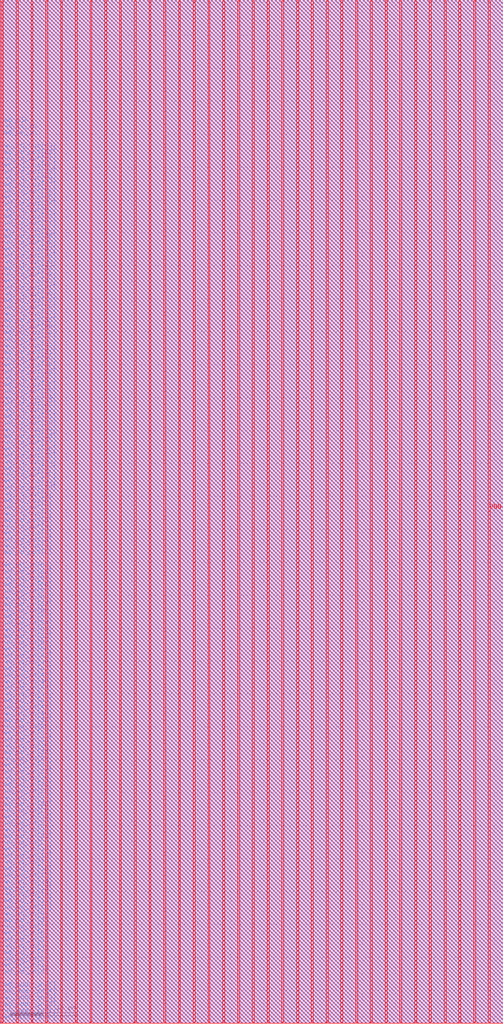
<source format=lef>
# Generated by FakeRAM 2.0
VERSION 5.7 ;
BUSBITCHARS "[]" ;
PROPERTYDEFINITIONS
  MACRO width INTEGER ;
  MACRO depth INTEGER ;
  MACRO banks INTEGER ;
END PROPERTYDEFINITIONS
MACRO liteeth_1rw1r_64w64d_sram
  PROPERTY width 64 ;
  PROPERTY depth 64 ;
  PROPERTY banks 1 ;
  FOREIGN liteeth_1rw1r_64w64d_sram 0 0 ;
  SYMMETRY X Y R90 ;
  SIZE 76.380 BY 155.400 ;
  CLASS BLOCK ;
  PIN r0_addr_in[0]
    DIRECTION INPUT ;
    USE SIGNAL ;
    SHAPE ABUTMENT ;
    PORT
      LAYER metal3 ;
      RECT 76.310 0.140 76.380 0.210 ;
    END
  END r0_addr_in[0]
  PIN r0_addr_in[1]
    DIRECTION INPUT ;
    USE SIGNAL ;
    SHAPE ABUTMENT ;
    PORT
      LAYER metal3 ;
      RECT 76.310 1.120 76.380 1.190 ;
    END
  END r0_addr_in[1]
  PIN r0_addr_in[2]
    DIRECTION INPUT ;
    USE SIGNAL ;
    SHAPE ABUTMENT ;
    PORT
      LAYER metal3 ;
      RECT 76.310 2.100 76.380 2.170 ;
    END
  END r0_addr_in[2]
  PIN r0_addr_in[3]
    DIRECTION INPUT ;
    USE SIGNAL ;
    SHAPE ABUTMENT ;
    PORT
      LAYER metal3 ;
      RECT 76.310 3.080 76.380 3.150 ;
    END
  END r0_addr_in[3]
  PIN r0_addr_in[4]
    DIRECTION INPUT ;
    USE SIGNAL ;
    SHAPE ABUTMENT ;
    PORT
      LAYER metal3 ;
      RECT 76.310 4.060 76.380 4.130 ;
    END
  END r0_addr_in[4]
  PIN r0_addr_in[5]
    DIRECTION INPUT ;
    USE SIGNAL ;
    SHAPE ABUTMENT ;
    PORT
      LAYER metal3 ;
      RECT 76.310 5.040 76.380 5.110 ;
    END
  END r0_addr_in[5]
  PIN r0_rd_out[0]
    DIRECTION OUTPUT ;
    USE SIGNAL ;
    SHAPE ABUTMENT ;
    PORT
      LAYER metal3 ;
      RECT 76.310 7.000 76.380 7.070 ;
    END
  END r0_rd_out[0]
  PIN r0_rd_out[1]
    DIRECTION OUTPUT ;
    USE SIGNAL ;
    SHAPE ABUTMENT ;
    PORT
      LAYER metal3 ;
      RECT 76.310 7.980 76.380 8.050 ;
    END
  END r0_rd_out[1]
  PIN r0_rd_out[2]
    DIRECTION OUTPUT ;
    USE SIGNAL ;
    SHAPE ABUTMENT ;
    PORT
      LAYER metal3 ;
      RECT 76.310 8.960 76.380 9.030 ;
    END
  END r0_rd_out[2]
  PIN r0_rd_out[3]
    DIRECTION OUTPUT ;
    USE SIGNAL ;
    SHAPE ABUTMENT ;
    PORT
      LAYER metal3 ;
      RECT 76.310 9.940 76.380 10.010 ;
    END
  END r0_rd_out[3]
  PIN r0_rd_out[4]
    DIRECTION OUTPUT ;
    USE SIGNAL ;
    SHAPE ABUTMENT ;
    PORT
      LAYER metal3 ;
      RECT 76.310 10.920 76.380 10.990 ;
    END
  END r0_rd_out[4]
  PIN r0_rd_out[5]
    DIRECTION OUTPUT ;
    USE SIGNAL ;
    SHAPE ABUTMENT ;
    PORT
      LAYER metal3 ;
      RECT 76.310 11.900 76.380 11.970 ;
    END
  END r0_rd_out[5]
  PIN r0_rd_out[6]
    DIRECTION OUTPUT ;
    USE SIGNAL ;
    SHAPE ABUTMENT ;
    PORT
      LAYER metal3 ;
      RECT 76.310 12.880 76.380 12.950 ;
    END
  END r0_rd_out[6]
  PIN r0_rd_out[7]
    DIRECTION OUTPUT ;
    USE SIGNAL ;
    SHAPE ABUTMENT ;
    PORT
      LAYER metal3 ;
      RECT 76.310 13.860 76.380 13.930 ;
    END
  END r0_rd_out[7]
  PIN r0_rd_out[8]
    DIRECTION OUTPUT ;
    USE SIGNAL ;
    SHAPE ABUTMENT ;
    PORT
      LAYER metal3 ;
      RECT 76.310 14.840 76.380 14.910 ;
    END
  END r0_rd_out[8]
  PIN r0_rd_out[9]
    DIRECTION OUTPUT ;
    USE SIGNAL ;
    SHAPE ABUTMENT ;
    PORT
      LAYER metal3 ;
      RECT 76.310 15.820 76.380 15.890 ;
    END
  END r0_rd_out[9]
  PIN r0_rd_out[10]
    DIRECTION OUTPUT ;
    USE SIGNAL ;
    SHAPE ABUTMENT ;
    PORT
      LAYER metal3 ;
      RECT 76.310 16.800 76.380 16.870 ;
    END
  END r0_rd_out[10]
  PIN r0_rd_out[11]
    DIRECTION OUTPUT ;
    USE SIGNAL ;
    SHAPE ABUTMENT ;
    PORT
      LAYER metal3 ;
      RECT 76.310 17.780 76.380 17.850 ;
    END
  END r0_rd_out[11]
  PIN r0_rd_out[12]
    DIRECTION OUTPUT ;
    USE SIGNAL ;
    SHAPE ABUTMENT ;
    PORT
      LAYER metal3 ;
      RECT 76.310 18.760 76.380 18.830 ;
    END
  END r0_rd_out[12]
  PIN r0_rd_out[13]
    DIRECTION OUTPUT ;
    USE SIGNAL ;
    SHAPE ABUTMENT ;
    PORT
      LAYER metal3 ;
      RECT 76.310 19.740 76.380 19.810 ;
    END
  END r0_rd_out[13]
  PIN r0_rd_out[14]
    DIRECTION OUTPUT ;
    USE SIGNAL ;
    SHAPE ABUTMENT ;
    PORT
      LAYER metal3 ;
      RECT 76.310 20.720 76.380 20.790 ;
    END
  END r0_rd_out[14]
  PIN r0_rd_out[15]
    DIRECTION OUTPUT ;
    USE SIGNAL ;
    SHAPE ABUTMENT ;
    PORT
      LAYER metal3 ;
      RECT 76.310 21.700 76.380 21.770 ;
    END
  END r0_rd_out[15]
  PIN r0_rd_out[16]
    DIRECTION OUTPUT ;
    USE SIGNAL ;
    SHAPE ABUTMENT ;
    PORT
      LAYER metal3 ;
      RECT 76.310 22.680 76.380 22.750 ;
    END
  END r0_rd_out[16]
  PIN r0_rd_out[17]
    DIRECTION OUTPUT ;
    USE SIGNAL ;
    SHAPE ABUTMENT ;
    PORT
      LAYER metal3 ;
      RECT 76.310 23.660 76.380 23.730 ;
    END
  END r0_rd_out[17]
  PIN r0_rd_out[18]
    DIRECTION OUTPUT ;
    USE SIGNAL ;
    SHAPE ABUTMENT ;
    PORT
      LAYER metal3 ;
      RECT 76.310 24.640 76.380 24.710 ;
    END
  END r0_rd_out[18]
  PIN r0_rd_out[19]
    DIRECTION OUTPUT ;
    USE SIGNAL ;
    SHAPE ABUTMENT ;
    PORT
      LAYER metal3 ;
      RECT 76.310 25.620 76.380 25.690 ;
    END
  END r0_rd_out[19]
  PIN r0_rd_out[20]
    DIRECTION OUTPUT ;
    USE SIGNAL ;
    SHAPE ABUTMENT ;
    PORT
      LAYER metal3 ;
      RECT 76.310 26.600 76.380 26.670 ;
    END
  END r0_rd_out[20]
  PIN r0_rd_out[21]
    DIRECTION OUTPUT ;
    USE SIGNAL ;
    SHAPE ABUTMENT ;
    PORT
      LAYER metal3 ;
      RECT 76.310 27.580 76.380 27.650 ;
    END
  END r0_rd_out[21]
  PIN r0_rd_out[22]
    DIRECTION OUTPUT ;
    USE SIGNAL ;
    SHAPE ABUTMENT ;
    PORT
      LAYER metal3 ;
      RECT 76.310 28.560 76.380 28.630 ;
    END
  END r0_rd_out[22]
  PIN r0_rd_out[23]
    DIRECTION OUTPUT ;
    USE SIGNAL ;
    SHAPE ABUTMENT ;
    PORT
      LAYER metal3 ;
      RECT 76.310 29.540 76.380 29.610 ;
    END
  END r0_rd_out[23]
  PIN r0_rd_out[24]
    DIRECTION OUTPUT ;
    USE SIGNAL ;
    SHAPE ABUTMENT ;
    PORT
      LAYER metal3 ;
      RECT 76.310 30.520 76.380 30.590 ;
    END
  END r0_rd_out[24]
  PIN r0_rd_out[25]
    DIRECTION OUTPUT ;
    USE SIGNAL ;
    SHAPE ABUTMENT ;
    PORT
      LAYER metal3 ;
      RECT 76.310 31.500 76.380 31.570 ;
    END
  END r0_rd_out[25]
  PIN r0_rd_out[26]
    DIRECTION OUTPUT ;
    USE SIGNAL ;
    SHAPE ABUTMENT ;
    PORT
      LAYER metal3 ;
      RECT 76.310 32.480 76.380 32.550 ;
    END
  END r0_rd_out[26]
  PIN r0_rd_out[27]
    DIRECTION OUTPUT ;
    USE SIGNAL ;
    SHAPE ABUTMENT ;
    PORT
      LAYER metal3 ;
      RECT 76.310 33.460 76.380 33.530 ;
    END
  END r0_rd_out[27]
  PIN r0_rd_out[28]
    DIRECTION OUTPUT ;
    USE SIGNAL ;
    SHAPE ABUTMENT ;
    PORT
      LAYER metal3 ;
      RECT 76.310 34.440 76.380 34.510 ;
    END
  END r0_rd_out[28]
  PIN r0_rd_out[29]
    DIRECTION OUTPUT ;
    USE SIGNAL ;
    SHAPE ABUTMENT ;
    PORT
      LAYER metal3 ;
      RECT 76.310 35.420 76.380 35.490 ;
    END
  END r0_rd_out[29]
  PIN r0_rd_out[30]
    DIRECTION OUTPUT ;
    USE SIGNAL ;
    SHAPE ABUTMENT ;
    PORT
      LAYER metal3 ;
      RECT 76.310 36.400 76.380 36.470 ;
    END
  END r0_rd_out[30]
  PIN r0_rd_out[31]
    DIRECTION OUTPUT ;
    USE SIGNAL ;
    SHAPE ABUTMENT ;
    PORT
      LAYER metal3 ;
      RECT 76.310 37.380 76.380 37.450 ;
    END
  END r0_rd_out[31]
  PIN r0_rd_out[32]
    DIRECTION OUTPUT ;
    USE SIGNAL ;
    SHAPE ABUTMENT ;
    PORT
      LAYER metal3 ;
      RECT 76.310 38.360 76.380 38.430 ;
    END
  END r0_rd_out[32]
  PIN r0_rd_out[33]
    DIRECTION OUTPUT ;
    USE SIGNAL ;
    SHAPE ABUTMENT ;
    PORT
      LAYER metal3 ;
      RECT 76.310 39.340 76.380 39.410 ;
    END
  END r0_rd_out[33]
  PIN r0_rd_out[34]
    DIRECTION OUTPUT ;
    USE SIGNAL ;
    SHAPE ABUTMENT ;
    PORT
      LAYER metal3 ;
      RECT 76.310 40.320 76.380 40.390 ;
    END
  END r0_rd_out[34]
  PIN r0_rd_out[35]
    DIRECTION OUTPUT ;
    USE SIGNAL ;
    SHAPE ABUTMENT ;
    PORT
      LAYER metal3 ;
      RECT 76.310 41.300 76.380 41.370 ;
    END
  END r0_rd_out[35]
  PIN r0_rd_out[36]
    DIRECTION OUTPUT ;
    USE SIGNAL ;
    SHAPE ABUTMENT ;
    PORT
      LAYER metal3 ;
      RECT 76.310 42.280 76.380 42.350 ;
    END
  END r0_rd_out[36]
  PIN r0_rd_out[37]
    DIRECTION OUTPUT ;
    USE SIGNAL ;
    SHAPE ABUTMENT ;
    PORT
      LAYER metal3 ;
      RECT 76.310 43.260 76.380 43.330 ;
    END
  END r0_rd_out[37]
  PIN r0_rd_out[38]
    DIRECTION OUTPUT ;
    USE SIGNAL ;
    SHAPE ABUTMENT ;
    PORT
      LAYER metal3 ;
      RECT 76.310 44.240 76.380 44.310 ;
    END
  END r0_rd_out[38]
  PIN r0_rd_out[39]
    DIRECTION OUTPUT ;
    USE SIGNAL ;
    SHAPE ABUTMENT ;
    PORT
      LAYER metal3 ;
      RECT 76.310 45.220 76.380 45.290 ;
    END
  END r0_rd_out[39]
  PIN r0_rd_out[40]
    DIRECTION OUTPUT ;
    USE SIGNAL ;
    SHAPE ABUTMENT ;
    PORT
      LAYER metal3 ;
      RECT 76.310 46.200 76.380 46.270 ;
    END
  END r0_rd_out[40]
  PIN r0_rd_out[41]
    DIRECTION OUTPUT ;
    USE SIGNAL ;
    SHAPE ABUTMENT ;
    PORT
      LAYER metal3 ;
      RECT 76.310 47.180 76.380 47.250 ;
    END
  END r0_rd_out[41]
  PIN r0_rd_out[42]
    DIRECTION OUTPUT ;
    USE SIGNAL ;
    SHAPE ABUTMENT ;
    PORT
      LAYER metal3 ;
      RECT 76.310 48.160 76.380 48.230 ;
    END
  END r0_rd_out[42]
  PIN r0_rd_out[43]
    DIRECTION OUTPUT ;
    USE SIGNAL ;
    SHAPE ABUTMENT ;
    PORT
      LAYER metal3 ;
      RECT 76.310 49.140 76.380 49.210 ;
    END
  END r0_rd_out[43]
  PIN r0_rd_out[44]
    DIRECTION OUTPUT ;
    USE SIGNAL ;
    SHAPE ABUTMENT ;
    PORT
      LAYER metal3 ;
      RECT 76.310 50.120 76.380 50.190 ;
    END
  END r0_rd_out[44]
  PIN r0_rd_out[45]
    DIRECTION OUTPUT ;
    USE SIGNAL ;
    SHAPE ABUTMENT ;
    PORT
      LAYER metal3 ;
      RECT 76.310 51.100 76.380 51.170 ;
    END
  END r0_rd_out[45]
  PIN r0_rd_out[46]
    DIRECTION OUTPUT ;
    USE SIGNAL ;
    SHAPE ABUTMENT ;
    PORT
      LAYER metal3 ;
      RECT 76.310 52.080 76.380 52.150 ;
    END
  END r0_rd_out[46]
  PIN r0_rd_out[47]
    DIRECTION OUTPUT ;
    USE SIGNAL ;
    SHAPE ABUTMENT ;
    PORT
      LAYER metal3 ;
      RECT 76.310 53.060 76.380 53.130 ;
    END
  END r0_rd_out[47]
  PIN r0_rd_out[48]
    DIRECTION OUTPUT ;
    USE SIGNAL ;
    SHAPE ABUTMENT ;
    PORT
      LAYER metal3 ;
      RECT 76.310 54.040 76.380 54.110 ;
    END
  END r0_rd_out[48]
  PIN r0_rd_out[49]
    DIRECTION OUTPUT ;
    USE SIGNAL ;
    SHAPE ABUTMENT ;
    PORT
      LAYER metal3 ;
      RECT 76.310 55.020 76.380 55.090 ;
    END
  END r0_rd_out[49]
  PIN r0_rd_out[50]
    DIRECTION OUTPUT ;
    USE SIGNAL ;
    SHAPE ABUTMENT ;
    PORT
      LAYER metal3 ;
      RECT 76.310 56.000 76.380 56.070 ;
    END
  END r0_rd_out[50]
  PIN r0_rd_out[51]
    DIRECTION OUTPUT ;
    USE SIGNAL ;
    SHAPE ABUTMENT ;
    PORT
      LAYER metal3 ;
      RECT 76.310 56.980 76.380 57.050 ;
    END
  END r0_rd_out[51]
  PIN r0_rd_out[52]
    DIRECTION OUTPUT ;
    USE SIGNAL ;
    SHAPE ABUTMENT ;
    PORT
      LAYER metal3 ;
      RECT 76.310 57.960 76.380 58.030 ;
    END
  END r0_rd_out[52]
  PIN r0_rd_out[53]
    DIRECTION OUTPUT ;
    USE SIGNAL ;
    SHAPE ABUTMENT ;
    PORT
      LAYER metal3 ;
      RECT 76.310 58.940 76.380 59.010 ;
    END
  END r0_rd_out[53]
  PIN r0_rd_out[54]
    DIRECTION OUTPUT ;
    USE SIGNAL ;
    SHAPE ABUTMENT ;
    PORT
      LAYER metal3 ;
      RECT 76.310 59.920 76.380 59.990 ;
    END
  END r0_rd_out[54]
  PIN r0_rd_out[55]
    DIRECTION OUTPUT ;
    USE SIGNAL ;
    SHAPE ABUTMENT ;
    PORT
      LAYER metal3 ;
      RECT 76.310 60.900 76.380 60.970 ;
    END
  END r0_rd_out[55]
  PIN r0_rd_out[56]
    DIRECTION OUTPUT ;
    USE SIGNAL ;
    SHAPE ABUTMENT ;
    PORT
      LAYER metal3 ;
      RECT 76.310 61.880 76.380 61.950 ;
    END
  END r0_rd_out[56]
  PIN r0_rd_out[57]
    DIRECTION OUTPUT ;
    USE SIGNAL ;
    SHAPE ABUTMENT ;
    PORT
      LAYER metal3 ;
      RECT 76.310 62.860 76.380 62.930 ;
    END
  END r0_rd_out[57]
  PIN r0_rd_out[58]
    DIRECTION OUTPUT ;
    USE SIGNAL ;
    SHAPE ABUTMENT ;
    PORT
      LAYER metal3 ;
      RECT 76.310 63.840 76.380 63.910 ;
    END
  END r0_rd_out[58]
  PIN r0_rd_out[59]
    DIRECTION OUTPUT ;
    USE SIGNAL ;
    SHAPE ABUTMENT ;
    PORT
      LAYER metal3 ;
      RECT 76.310 64.820 76.380 64.890 ;
    END
  END r0_rd_out[59]
  PIN r0_rd_out[60]
    DIRECTION OUTPUT ;
    USE SIGNAL ;
    SHAPE ABUTMENT ;
    PORT
      LAYER metal3 ;
      RECT 76.310 65.800 76.380 65.870 ;
    END
  END r0_rd_out[60]
  PIN r0_rd_out[61]
    DIRECTION OUTPUT ;
    USE SIGNAL ;
    SHAPE ABUTMENT ;
    PORT
      LAYER metal3 ;
      RECT 76.310 66.780 76.380 66.850 ;
    END
  END r0_rd_out[61]
  PIN r0_rd_out[62]
    DIRECTION OUTPUT ;
    USE SIGNAL ;
    SHAPE ABUTMENT ;
    PORT
      LAYER metal3 ;
      RECT 76.310 67.760 76.380 67.830 ;
    END
  END r0_rd_out[62]
  PIN r0_rd_out[63]
    DIRECTION OUTPUT ;
    USE SIGNAL ;
    SHAPE ABUTMENT ;
    PORT
      LAYER metal3 ;
      RECT 76.310 68.740 76.380 68.810 ;
    END
  END r0_rd_out[63]
  PIN r0_ce_in
    DIRECTION INPUT ;
    USE SIGNAL ;
    SHAPE ABUTMENT ;
    PORT
      LAYER metal3 ;
      RECT 76.310 70.700 76.380 70.770 ;
    END
  END r0_ce_in
  PIN r0_clk
    DIRECTION INPUT ;
    USE SIGNAL ;
    SHAPE ABUTMENT ;
    PORT
      LAYER metal3 ;
      RECT 76.310 71.680 76.380 71.750 ;
    END
  END r0_clk
  PIN rw0_addr_in[0]
    DIRECTION INPUT ;
    USE SIGNAL ;
    SHAPE ABUTMENT ;
    PORT
      LAYER metal3 ;
      RECT 0.000 0.140 0.070 0.210 ;
    END
  END rw0_addr_in[0]
  PIN rw0_addr_in[1]
    DIRECTION INPUT ;
    USE SIGNAL ;
    SHAPE ABUTMENT ;
    PORT
      LAYER metal3 ;
      RECT 0.000 1.120 0.070 1.190 ;
    END
  END rw0_addr_in[1]
  PIN rw0_addr_in[2]
    DIRECTION INPUT ;
    USE SIGNAL ;
    SHAPE ABUTMENT ;
    PORT
      LAYER metal3 ;
      RECT 0.000 2.100 0.070 2.170 ;
    END
  END rw0_addr_in[2]
  PIN rw0_addr_in[3]
    DIRECTION INPUT ;
    USE SIGNAL ;
    SHAPE ABUTMENT ;
    PORT
      LAYER metal3 ;
      RECT 0.000 3.080 0.070 3.150 ;
    END
  END rw0_addr_in[3]
  PIN rw0_addr_in[4]
    DIRECTION INPUT ;
    USE SIGNAL ;
    SHAPE ABUTMENT ;
    PORT
      LAYER metal3 ;
      RECT 0.000 4.060 0.070 4.130 ;
    END
  END rw0_addr_in[4]
  PIN rw0_addr_in[5]
    DIRECTION INPUT ;
    USE SIGNAL ;
    SHAPE ABUTMENT ;
    PORT
      LAYER metal3 ;
      RECT 0.000 5.040 0.070 5.110 ;
    END
  END rw0_addr_in[5]
  PIN rw0_wd_in[0]
    DIRECTION INPUT ;
    USE SIGNAL ;
    SHAPE ABUTMENT ;
    PORT
      LAYER metal3 ;
      RECT 0.000 7.000 0.070 7.070 ;
    END
  END rw0_wd_in[0]
  PIN rw0_wd_in[1]
    DIRECTION INPUT ;
    USE SIGNAL ;
    SHAPE ABUTMENT ;
    PORT
      LAYER metal3 ;
      RECT 0.000 7.980 0.070 8.050 ;
    END
  END rw0_wd_in[1]
  PIN rw0_wd_in[2]
    DIRECTION INPUT ;
    USE SIGNAL ;
    SHAPE ABUTMENT ;
    PORT
      LAYER metal3 ;
      RECT 0.000 8.960 0.070 9.030 ;
    END
  END rw0_wd_in[2]
  PIN rw0_wd_in[3]
    DIRECTION INPUT ;
    USE SIGNAL ;
    SHAPE ABUTMENT ;
    PORT
      LAYER metal3 ;
      RECT 0.000 9.940 0.070 10.010 ;
    END
  END rw0_wd_in[3]
  PIN rw0_wd_in[4]
    DIRECTION INPUT ;
    USE SIGNAL ;
    SHAPE ABUTMENT ;
    PORT
      LAYER metal3 ;
      RECT 0.000 10.920 0.070 10.990 ;
    END
  END rw0_wd_in[4]
  PIN rw0_wd_in[5]
    DIRECTION INPUT ;
    USE SIGNAL ;
    SHAPE ABUTMENT ;
    PORT
      LAYER metal3 ;
      RECT 0.000 11.900 0.070 11.970 ;
    END
  END rw0_wd_in[5]
  PIN rw0_wd_in[6]
    DIRECTION INPUT ;
    USE SIGNAL ;
    SHAPE ABUTMENT ;
    PORT
      LAYER metal3 ;
      RECT 0.000 12.880 0.070 12.950 ;
    END
  END rw0_wd_in[6]
  PIN rw0_wd_in[7]
    DIRECTION INPUT ;
    USE SIGNAL ;
    SHAPE ABUTMENT ;
    PORT
      LAYER metal3 ;
      RECT 0.000 13.860 0.070 13.930 ;
    END
  END rw0_wd_in[7]
  PIN rw0_wd_in[8]
    DIRECTION INPUT ;
    USE SIGNAL ;
    SHAPE ABUTMENT ;
    PORT
      LAYER metal3 ;
      RECT 0.000 14.840 0.070 14.910 ;
    END
  END rw0_wd_in[8]
  PIN rw0_wd_in[9]
    DIRECTION INPUT ;
    USE SIGNAL ;
    SHAPE ABUTMENT ;
    PORT
      LAYER metal3 ;
      RECT 0.000 15.820 0.070 15.890 ;
    END
  END rw0_wd_in[9]
  PIN rw0_wd_in[10]
    DIRECTION INPUT ;
    USE SIGNAL ;
    SHAPE ABUTMENT ;
    PORT
      LAYER metal3 ;
      RECT 0.000 16.800 0.070 16.870 ;
    END
  END rw0_wd_in[10]
  PIN rw0_wd_in[11]
    DIRECTION INPUT ;
    USE SIGNAL ;
    SHAPE ABUTMENT ;
    PORT
      LAYER metal3 ;
      RECT 0.000 17.780 0.070 17.850 ;
    END
  END rw0_wd_in[11]
  PIN rw0_wd_in[12]
    DIRECTION INPUT ;
    USE SIGNAL ;
    SHAPE ABUTMENT ;
    PORT
      LAYER metal3 ;
      RECT 0.000 18.760 0.070 18.830 ;
    END
  END rw0_wd_in[12]
  PIN rw0_wd_in[13]
    DIRECTION INPUT ;
    USE SIGNAL ;
    SHAPE ABUTMENT ;
    PORT
      LAYER metal3 ;
      RECT 0.000 19.740 0.070 19.810 ;
    END
  END rw0_wd_in[13]
  PIN rw0_wd_in[14]
    DIRECTION INPUT ;
    USE SIGNAL ;
    SHAPE ABUTMENT ;
    PORT
      LAYER metal3 ;
      RECT 0.000 20.720 0.070 20.790 ;
    END
  END rw0_wd_in[14]
  PIN rw0_wd_in[15]
    DIRECTION INPUT ;
    USE SIGNAL ;
    SHAPE ABUTMENT ;
    PORT
      LAYER metal3 ;
      RECT 0.000 21.700 0.070 21.770 ;
    END
  END rw0_wd_in[15]
  PIN rw0_wd_in[16]
    DIRECTION INPUT ;
    USE SIGNAL ;
    SHAPE ABUTMENT ;
    PORT
      LAYER metal3 ;
      RECT 0.000 22.680 0.070 22.750 ;
    END
  END rw0_wd_in[16]
  PIN rw0_wd_in[17]
    DIRECTION INPUT ;
    USE SIGNAL ;
    SHAPE ABUTMENT ;
    PORT
      LAYER metal3 ;
      RECT 0.000 23.660 0.070 23.730 ;
    END
  END rw0_wd_in[17]
  PIN rw0_wd_in[18]
    DIRECTION INPUT ;
    USE SIGNAL ;
    SHAPE ABUTMENT ;
    PORT
      LAYER metal3 ;
      RECT 0.000 24.640 0.070 24.710 ;
    END
  END rw0_wd_in[18]
  PIN rw0_wd_in[19]
    DIRECTION INPUT ;
    USE SIGNAL ;
    SHAPE ABUTMENT ;
    PORT
      LAYER metal3 ;
      RECT 0.000 25.620 0.070 25.690 ;
    END
  END rw0_wd_in[19]
  PIN rw0_wd_in[20]
    DIRECTION INPUT ;
    USE SIGNAL ;
    SHAPE ABUTMENT ;
    PORT
      LAYER metal3 ;
      RECT 0.000 26.600 0.070 26.670 ;
    END
  END rw0_wd_in[20]
  PIN rw0_wd_in[21]
    DIRECTION INPUT ;
    USE SIGNAL ;
    SHAPE ABUTMENT ;
    PORT
      LAYER metal3 ;
      RECT 0.000 27.580 0.070 27.650 ;
    END
  END rw0_wd_in[21]
  PIN rw0_wd_in[22]
    DIRECTION INPUT ;
    USE SIGNAL ;
    SHAPE ABUTMENT ;
    PORT
      LAYER metal3 ;
      RECT 0.000 28.560 0.070 28.630 ;
    END
  END rw0_wd_in[22]
  PIN rw0_wd_in[23]
    DIRECTION INPUT ;
    USE SIGNAL ;
    SHAPE ABUTMENT ;
    PORT
      LAYER metal3 ;
      RECT 0.000 29.540 0.070 29.610 ;
    END
  END rw0_wd_in[23]
  PIN rw0_wd_in[24]
    DIRECTION INPUT ;
    USE SIGNAL ;
    SHAPE ABUTMENT ;
    PORT
      LAYER metal3 ;
      RECT 0.000 30.520 0.070 30.590 ;
    END
  END rw0_wd_in[24]
  PIN rw0_wd_in[25]
    DIRECTION INPUT ;
    USE SIGNAL ;
    SHAPE ABUTMENT ;
    PORT
      LAYER metal3 ;
      RECT 0.000 31.500 0.070 31.570 ;
    END
  END rw0_wd_in[25]
  PIN rw0_wd_in[26]
    DIRECTION INPUT ;
    USE SIGNAL ;
    SHAPE ABUTMENT ;
    PORT
      LAYER metal3 ;
      RECT 0.000 32.480 0.070 32.550 ;
    END
  END rw0_wd_in[26]
  PIN rw0_wd_in[27]
    DIRECTION INPUT ;
    USE SIGNAL ;
    SHAPE ABUTMENT ;
    PORT
      LAYER metal3 ;
      RECT 0.000 33.460 0.070 33.530 ;
    END
  END rw0_wd_in[27]
  PIN rw0_wd_in[28]
    DIRECTION INPUT ;
    USE SIGNAL ;
    SHAPE ABUTMENT ;
    PORT
      LAYER metal3 ;
      RECT 0.000 34.440 0.070 34.510 ;
    END
  END rw0_wd_in[28]
  PIN rw0_wd_in[29]
    DIRECTION INPUT ;
    USE SIGNAL ;
    SHAPE ABUTMENT ;
    PORT
      LAYER metal3 ;
      RECT 0.000 35.420 0.070 35.490 ;
    END
  END rw0_wd_in[29]
  PIN rw0_wd_in[30]
    DIRECTION INPUT ;
    USE SIGNAL ;
    SHAPE ABUTMENT ;
    PORT
      LAYER metal3 ;
      RECT 0.000 36.400 0.070 36.470 ;
    END
  END rw0_wd_in[30]
  PIN rw0_wd_in[31]
    DIRECTION INPUT ;
    USE SIGNAL ;
    SHAPE ABUTMENT ;
    PORT
      LAYER metal3 ;
      RECT 0.000 37.380 0.070 37.450 ;
    END
  END rw0_wd_in[31]
  PIN rw0_wd_in[32]
    DIRECTION INPUT ;
    USE SIGNAL ;
    SHAPE ABUTMENT ;
    PORT
      LAYER metal3 ;
      RECT 0.000 38.360 0.070 38.430 ;
    END
  END rw0_wd_in[32]
  PIN rw0_wd_in[33]
    DIRECTION INPUT ;
    USE SIGNAL ;
    SHAPE ABUTMENT ;
    PORT
      LAYER metal3 ;
      RECT 0.000 39.340 0.070 39.410 ;
    END
  END rw0_wd_in[33]
  PIN rw0_wd_in[34]
    DIRECTION INPUT ;
    USE SIGNAL ;
    SHAPE ABUTMENT ;
    PORT
      LAYER metal3 ;
      RECT 0.000 40.320 0.070 40.390 ;
    END
  END rw0_wd_in[34]
  PIN rw0_wd_in[35]
    DIRECTION INPUT ;
    USE SIGNAL ;
    SHAPE ABUTMENT ;
    PORT
      LAYER metal3 ;
      RECT 0.000 41.300 0.070 41.370 ;
    END
  END rw0_wd_in[35]
  PIN rw0_wd_in[36]
    DIRECTION INPUT ;
    USE SIGNAL ;
    SHAPE ABUTMENT ;
    PORT
      LAYER metal3 ;
      RECT 0.000 42.280 0.070 42.350 ;
    END
  END rw0_wd_in[36]
  PIN rw0_wd_in[37]
    DIRECTION INPUT ;
    USE SIGNAL ;
    SHAPE ABUTMENT ;
    PORT
      LAYER metal3 ;
      RECT 0.000 43.260 0.070 43.330 ;
    END
  END rw0_wd_in[37]
  PIN rw0_wd_in[38]
    DIRECTION INPUT ;
    USE SIGNAL ;
    SHAPE ABUTMENT ;
    PORT
      LAYER metal3 ;
      RECT 0.000 44.240 0.070 44.310 ;
    END
  END rw0_wd_in[38]
  PIN rw0_wd_in[39]
    DIRECTION INPUT ;
    USE SIGNAL ;
    SHAPE ABUTMENT ;
    PORT
      LAYER metal3 ;
      RECT 0.000 45.220 0.070 45.290 ;
    END
  END rw0_wd_in[39]
  PIN rw0_wd_in[40]
    DIRECTION INPUT ;
    USE SIGNAL ;
    SHAPE ABUTMENT ;
    PORT
      LAYER metal3 ;
      RECT 0.000 46.200 0.070 46.270 ;
    END
  END rw0_wd_in[40]
  PIN rw0_wd_in[41]
    DIRECTION INPUT ;
    USE SIGNAL ;
    SHAPE ABUTMENT ;
    PORT
      LAYER metal3 ;
      RECT 0.000 47.180 0.070 47.250 ;
    END
  END rw0_wd_in[41]
  PIN rw0_wd_in[42]
    DIRECTION INPUT ;
    USE SIGNAL ;
    SHAPE ABUTMENT ;
    PORT
      LAYER metal3 ;
      RECT 0.000 48.160 0.070 48.230 ;
    END
  END rw0_wd_in[42]
  PIN rw0_wd_in[43]
    DIRECTION INPUT ;
    USE SIGNAL ;
    SHAPE ABUTMENT ;
    PORT
      LAYER metal3 ;
      RECT 0.000 49.140 0.070 49.210 ;
    END
  END rw0_wd_in[43]
  PIN rw0_wd_in[44]
    DIRECTION INPUT ;
    USE SIGNAL ;
    SHAPE ABUTMENT ;
    PORT
      LAYER metal3 ;
      RECT 0.000 50.120 0.070 50.190 ;
    END
  END rw0_wd_in[44]
  PIN rw0_wd_in[45]
    DIRECTION INPUT ;
    USE SIGNAL ;
    SHAPE ABUTMENT ;
    PORT
      LAYER metal3 ;
      RECT 0.000 51.100 0.070 51.170 ;
    END
  END rw0_wd_in[45]
  PIN rw0_wd_in[46]
    DIRECTION INPUT ;
    USE SIGNAL ;
    SHAPE ABUTMENT ;
    PORT
      LAYER metal3 ;
      RECT 0.000 52.080 0.070 52.150 ;
    END
  END rw0_wd_in[46]
  PIN rw0_wd_in[47]
    DIRECTION INPUT ;
    USE SIGNAL ;
    SHAPE ABUTMENT ;
    PORT
      LAYER metal3 ;
      RECT 0.000 53.060 0.070 53.130 ;
    END
  END rw0_wd_in[47]
  PIN rw0_wd_in[48]
    DIRECTION INPUT ;
    USE SIGNAL ;
    SHAPE ABUTMENT ;
    PORT
      LAYER metal3 ;
      RECT 0.000 54.040 0.070 54.110 ;
    END
  END rw0_wd_in[48]
  PIN rw0_wd_in[49]
    DIRECTION INPUT ;
    USE SIGNAL ;
    SHAPE ABUTMENT ;
    PORT
      LAYER metal3 ;
      RECT 0.000 55.020 0.070 55.090 ;
    END
  END rw0_wd_in[49]
  PIN rw0_wd_in[50]
    DIRECTION INPUT ;
    USE SIGNAL ;
    SHAPE ABUTMENT ;
    PORT
      LAYER metal3 ;
      RECT 0.000 56.000 0.070 56.070 ;
    END
  END rw0_wd_in[50]
  PIN rw0_wd_in[51]
    DIRECTION INPUT ;
    USE SIGNAL ;
    SHAPE ABUTMENT ;
    PORT
      LAYER metal3 ;
      RECT 0.000 56.980 0.070 57.050 ;
    END
  END rw0_wd_in[51]
  PIN rw0_wd_in[52]
    DIRECTION INPUT ;
    USE SIGNAL ;
    SHAPE ABUTMENT ;
    PORT
      LAYER metal3 ;
      RECT 0.000 57.960 0.070 58.030 ;
    END
  END rw0_wd_in[52]
  PIN rw0_wd_in[53]
    DIRECTION INPUT ;
    USE SIGNAL ;
    SHAPE ABUTMENT ;
    PORT
      LAYER metal3 ;
      RECT 0.000 58.940 0.070 59.010 ;
    END
  END rw0_wd_in[53]
  PIN rw0_wd_in[54]
    DIRECTION INPUT ;
    USE SIGNAL ;
    SHAPE ABUTMENT ;
    PORT
      LAYER metal3 ;
      RECT 0.000 59.920 0.070 59.990 ;
    END
  END rw0_wd_in[54]
  PIN rw0_wd_in[55]
    DIRECTION INPUT ;
    USE SIGNAL ;
    SHAPE ABUTMENT ;
    PORT
      LAYER metal3 ;
      RECT 0.000 60.900 0.070 60.970 ;
    END
  END rw0_wd_in[55]
  PIN rw0_wd_in[56]
    DIRECTION INPUT ;
    USE SIGNAL ;
    SHAPE ABUTMENT ;
    PORT
      LAYER metal3 ;
      RECT 0.000 61.880 0.070 61.950 ;
    END
  END rw0_wd_in[56]
  PIN rw0_wd_in[57]
    DIRECTION INPUT ;
    USE SIGNAL ;
    SHAPE ABUTMENT ;
    PORT
      LAYER metal3 ;
      RECT 0.000 62.860 0.070 62.930 ;
    END
  END rw0_wd_in[57]
  PIN rw0_wd_in[58]
    DIRECTION INPUT ;
    USE SIGNAL ;
    SHAPE ABUTMENT ;
    PORT
      LAYER metal3 ;
      RECT 0.000 63.840 0.070 63.910 ;
    END
  END rw0_wd_in[58]
  PIN rw0_wd_in[59]
    DIRECTION INPUT ;
    USE SIGNAL ;
    SHAPE ABUTMENT ;
    PORT
      LAYER metal3 ;
      RECT 0.000 64.820 0.070 64.890 ;
    END
  END rw0_wd_in[59]
  PIN rw0_wd_in[60]
    DIRECTION INPUT ;
    USE SIGNAL ;
    SHAPE ABUTMENT ;
    PORT
      LAYER metal3 ;
      RECT 0.000 65.800 0.070 65.870 ;
    END
  END rw0_wd_in[60]
  PIN rw0_wd_in[61]
    DIRECTION INPUT ;
    USE SIGNAL ;
    SHAPE ABUTMENT ;
    PORT
      LAYER metal3 ;
      RECT 0.000 66.780 0.070 66.850 ;
    END
  END rw0_wd_in[61]
  PIN rw0_wd_in[62]
    DIRECTION INPUT ;
    USE SIGNAL ;
    SHAPE ABUTMENT ;
    PORT
      LAYER metal3 ;
      RECT 0.000 67.760 0.070 67.830 ;
    END
  END rw0_wd_in[62]
  PIN rw0_wd_in[63]
    DIRECTION INPUT ;
    USE SIGNAL ;
    SHAPE ABUTMENT ;
    PORT
      LAYER metal3 ;
      RECT 0.000 68.740 0.070 68.810 ;
    END
  END rw0_wd_in[63]
  PIN rw0_rd_out[0]
    DIRECTION OUTPUT ;
    USE SIGNAL ;
    SHAPE ABUTMENT ;
    PORT
      LAYER metal3 ;
      RECT 0.000 70.700 0.070 70.770 ;
    END
  END rw0_rd_out[0]
  PIN rw0_rd_out[1]
    DIRECTION OUTPUT ;
    USE SIGNAL ;
    SHAPE ABUTMENT ;
    PORT
      LAYER metal3 ;
      RECT 0.000 71.680 0.070 71.750 ;
    END
  END rw0_rd_out[1]
  PIN rw0_rd_out[2]
    DIRECTION OUTPUT ;
    USE SIGNAL ;
    SHAPE ABUTMENT ;
    PORT
      LAYER metal3 ;
      RECT 0.000 72.660 0.070 72.730 ;
    END
  END rw0_rd_out[2]
  PIN rw0_rd_out[3]
    DIRECTION OUTPUT ;
    USE SIGNAL ;
    SHAPE ABUTMENT ;
    PORT
      LAYER metal3 ;
      RECT 0.000 73.640 0.070 73.710 ;
    END
  END rw0_rd_out[3]
  PIN rw0_rd_out[4]
    DIRECTION OUTPUT ;
    USE SIGNAL ;
    SHAPE ABUTMENT ;
    PORT
      LAYER metal3 ;
      RECT 0.000 74.620 0.070 74.690 ;
    END
  END rw0_rd_out[4]
  PIN rw0_rd_out[5]
    DIRECTION OUTPUT ;
    USE SIGNAL ;
    SHAPE ABUTMENT ;
    PORT
      LAYER metal3 ;
      RECT 0.000 75.600 0.070 75.670 ;
    END
  END rw0_rd_out[5]
  PIN rw0_rd_out[6]
    DIRECTION OUTPUT ;
    USE SIGNAL ;
    SHAPE ABUTMENT ;
    PORT
      LAYER metal3 ;
      RECT 0.000 76.580 0.070 76.650 ;
    END
  END rw0_rd_out[6]
  PIN rw0_rd_out[7]
    DIRECTION OUTPUT ;
    USE SIGNAL ;
    SHAPE ABUTMENT ;
    PORT
      LAYER metal3 ;
      RECT 0.000 77.560 0.070 77.630 ;
    END
  END rw0_rd_out[7]
  PIN rw0_rd_out[8]
    DIRECTION OUTPUT ;
    USE SIGNAL ;
    SHAPE ABUTMENT ;
    PORT
      LAYER metal3 ;
      RECT 0.000 78.540 0.070 78.610 ;
    END
  END rw0_rd_out[8]
  PIN rw0_rd_out[9]
    DIRECTION OUTPUT ;
    USE SIGNAL ;
    SHAPE ABUTMENT ;
    PORT
      LAYER metal3 ;
      RECT 0.000 79.520 0.070 79.590 ;
    END
  END rw0_rd_out[9]
  PIN rw0_rd_out[10]
    DIRECTION OUTPUT ;
    USE SIGNAL ;
    SHAPE ABUTMENT ;
    PORT
      LAYER metal3 ;
      RECT 0.000 80.500 0.070 80.570 ;
    END
  END rw0_rd_out[10]
  PIN rw0_rd_out[11]
    DIRECTION OUTPUT ;
    USE SIGNAL ;
    SHAPE ABUTMENT ;
    PORT
      LAYER metal3 ;
      RECT 0.000 81.480 0.070 81.550 ;
    END
  END rw0_rd_out[11]
  PIN rw0_rd_out[12]
    DIRECTION OUTPUT ;
    USE SIGNAL ;
    SHAPE ABUTMENT ;
    PORT
      LAYER metal3 ;
      RECT 0.000 82.460 0.070 82.530 ;
    END
  END rw0_rd_out[12]
  PIN rw0_rd_out[13]
    DIRECTION OUTPUT ;
    USE SIGNAL ;
    SHAPE ABUTMENT ;
    PORT
      LAYER metal3 ;
      RECT 0.000 83.440 0.070 83.510 ;
    END
  END rw0_rd_out[13]
  PIN rw0_rd_out[14]
    DIRECTION OUTPUT ;
    USE SIGNAL ;
    SHAPE ABUTMENT ;
    PORT
      LAYER metal3 ;
      RECT 0.000 84.420 0.070 84.490 ;
    END
  END rw0_rd_out[14]
  PIN rw0_rd_out[15]
    DIRECTION OUTPUT ;
    USE SIGNAL ;
    SHAPE ABUTMENT ;
    PORT
      LAYER metal3 ;
      RECT 0.000 85.400 0.070 85.470 ;
    END
  END rw0_rd_out[15]
  PIN rw0_rd_out[16]
    DIRECTION OUTPUT ;
    USE SIGNAL ;
    SHAPE ABUTMENT ;
    PORT
      LAYER metal3 ;
      RECT 0.000 86.380 0.070 86.450 ;
    END
  END rw0_rd_out[16]
  PIN rw0_rd_out[17]
    DIRECTION OUTPUT ;
    USE SIGNAL ;
    SHAPE ABUTMENT ;
    PORT
      LAYER metal3 ;
      RECT 0.000 87.360 0.070 87.430 ;
    END
  END rw0_rd_out[17]
  PIN rw0_rd_out[18]
    DIRECTION OUTPUT ;
    USE SIGNAL ;
    SHAPE ABUTMENT ;
    PORT
      LAYER metal3 ;
      RECT 0.000 88.340 0.070 88.410 ;
    END
  END rw0_rd_out[18]
  PIN rw0_rd_out[19]
    DIRECTION OUTPUT ;
    USE SIGNAL ;
    SHAPE ABUTMENT ;
    PORT
      LAYER metal3 ;
      RECT 0.000 89.320 0.070 89.390 ;
    END
  END rw0_rd_out[19]
  PIN rw0_rd_out[20]
    DIRECTION OUTPUT ;
    USE SIGNAL ;
    SHAPE ABUTMENT ;
    PORT
      LAYER metal3 ;
      RECT 0.000 90.300 0.070 90.370 ;
    END
  END rw0_rd_out[20]
  PIN rw0_rd_out[21]
    DIRECTION OUTPUT ;
    USE SIGNAL ;
    SHAPE ABUTMENT ;
    PORT
      LAYER metal3 ;
      RECT 0.000 91.280 0.070 91.350 ;
    END
  END rw0_rd_out[21]
  PIN rw0_rd_out[22]
    DIRECTION OUTPUT ;
    USE SIGNAL ;
    SHAPE ABUTMENT ;
    PORT
      LAYER metal3 ;
      RECT 0.000 92.260 0.070 92.330 ;
    END
  END rw0_rd_out[22]
  PIN rw0_rd_out[23]
    DIRECTION OUTPUT ;
    USE SIGNAL ;
    SHAPE ABUTMENT ;
    PORT
      LAYER metal3 ;
      RECT 0.000 93.240 0.070 93.310 ;
    END
  END rw0_rd_out[23]
  PIN rw0_rd_out[24]
    DIRECTION OUTPUT ;
    USE SIGNAL ;
    SHAPE ABUTMENT ;
    PORT
      LAYER metal3 ;
      RECT 0.000 94.220 0.070 94.290 ;
    END
  END rw0_rd_out[24]
  PIN rw0_rd_out[25]
    DIRECTION OUTPUT ;
    USE SIGNAL ;
    SHAPE ABUTMENT ;
    PORT
      LAYER metal3 ;
      RECT 0.000 95.200 0.070 95.270 ;
    END
  END rw0_rd_out[25]
  PIN rw0_rd_out[26]
    DIRECTION OUTPUT ;
    USE SIGNAL ;
    SHAPE ABUTMENT ;
    PORT
      LAYER metal3 ;
      RECT 0.000 96.180 0.070 96.250 ;
    END
  END rw0_rd_out[26]
  PIN rw0_rd_out[27]
    DIRECTION OUTPUT ;
    USE SIGNAL ;
    SHAPE ABUTMENT ;
    PORT
      LAYER metal3 ;
      RECT 0.000 97.160 0.070 97.230 ;
    END
  END rw0_rd_out[27]
  PIN rw0_rd_out[28]
    DIRECTION OUTPUT ;
    USE SIGNAL ;
    SHAPE ABUTMENT ;
    PORT
      LAYER metal3 ;
      RECT 0.000 98.140 0.070 98.210 ;
    END
  END rw0_rd_out[28]
  PIN rw0_rd_out[29]
    DIRECTION OUTPUT ;
    USE SIGNAL ;
    SHAPE ABUTMENT ;
    PORT
      LAYER metal3 ;
      RECT 0.000 99.120 0.070 99.190 ;
    END
  END rw0_rd_out[29]
  PIN rw0_rd_out[30]
    DIRECTION OUTPUT ;
    USE SIGNAL ;
    SHAPE ABUTMENT ;
    PORT
      LAYER metal3 ;
      RECT 0.000 100.100 0.070 100.170 ;
    END
  END rw0_rd_out[30]
  PIN rw0_rd_out[31]
    DIRECTION OUTPUT ;
    USE SIGNAL ;
    SHAPE ABUTMENT ;
    PORT
      LAYER metal3 ;
      RECT 0.000 101.080 0.070 101.150 ;
    END
  END rw0_rd_out[31]
  PIN rw0_rd_out[32]
    DIRECTION OUTPUT ;
    USE SIGNAL ;
    SHAPE ABUTMENT ;
    PORT
      LAYER metal3 ;
      RECT 0.000 102.060 0.070 102.130 ;
    END
  END rw0_rd_out[32]
  PIN rw0_rd_out[33]
    DIRECTION OUTPUT ;
    USE SIGNAL ;
    SHAPE ABUTMENT ;
    PORT
      LAYER metal3 ;
      RECT 0.000 103.040 0.070 103.110 ;
    END
  END rw0_rd_out[33]
  PIN rw0_rd_out[34]
    DIRECTION OUTPUT ;
    USE SIGNAL ;
    SHAPE ABUTMENT ;
    PORT
      LAYER metal3 ;
      RECT 0.000 104.020 0.070 104.090 ;
    END
  END rw0_rd_out[34]
  PIN rw0_rd_out[35]
    DIRECTION OUTPUT ;
    USE SIGNAL ;
    SHAPE ABUTMENT ;
    PORT
      LAYER metal3 ;
      RECT 0.000 105.000 0.070 105.070 ;
    END
  END rw0_rd_out[35]
  PIN rw0_rd_out[36]
    DIRECTION OUTPUT ;
    USE SIGNAL ;
    SHAPE ABUTMENT ;
    PORT
      LAYER metal3 ;
      RECT 0.000 105.980 0.070 106.050 ;
    END
  END rw0_rd_out[36]
  PIN rw0_rd_out[37]
    DIRECTION OUTPUT ;
    USE SIGNAL ;
    SHAPE ABUTMENT ;
    PORT
      LAYER metal3 ;
      RECT 0.000 106.960 0.070 107.030 ;
    END
  END rw0_rd_out[37]
  PIN rw0_rd_out[38]
    DIRECTION OUTPUT ;
    USE SIGNAL ;
    SHAPE ABUTMENT ;
    PORT
      LAYER metal3 ;
      RECT 0.000 107.940 0.070 108.010 ;
    END
  END rw0_rd_out[38]
  PIN rw0_rd_out[39]
    DIRECTION OUTPUT ;
    USE SIGNAL ;
    SHAPE ABUTMENT ;
    PORT
      LAYER metal3 ;
      RECT 0.000 108.920 0.070 108.990 ;
    END
  END rw0_rd_out[39]
  PIN rw0_rd_out[40]
    DIRECTION OUTPUT ;
    USE SIGNAL ;
    SHAPE ABUTMENT ;
    PORT
      LAYER metal3 ;
      RECT 0.000 109.900 0.070 109.970 ;
    END
  END rw0_rd_out[40]
  PIN rw0_rd_out[41]
    DIRECTION OUTPUT ;
    USE SIGNAL ;
    SHAPE ABUTMENT ;
    PORT
      LAYER metal3 ;
      RECT 0.000 110.880 0.070 110.950 ;
    END
  END rw0_rd_out[41]
  PIN rw0_rd_out[42]
    DIRECTION OUTPUT ;
    USE SIGNAL ;
    SHAPE ABUTMENT ;
    PORT
      LAYER metal3 ;
      RECT 0.000 111.860 0.070 111.930 ;
    END
  END rw0_rd_out[42]
  PIN rw0_rd_out[43]
    DIRECTION OUTPUT ;
    USE SIGNAL ;
    SHAPE ABUTMENT ;
    PORT
      LAYER metal3 ;
      RECT 0.000 112.840 0.070 112.910 ;
    END
  END rw0_rd_out[43]
  PIN rw0_rd_out[44]
    DIRECTION OUTPUT ;
    USE SIGNAL ;
    SHAPE ABUTMENT ;
    PORT
      LAYER metal3 ;
      RECT 0.000 113.820 0.070 113.890 ;
    END
  END rw0_rd_out[44]
  PIN rw0_rd_out[45]
    DIRECTION OUTPUT ;
    USE SIGNAL ;
    SHAPE ABUTMENT ;
    PORT
      LAYER metal3 ;
      RECT 0.000 114.800 0.070 114.870 ;
    END
  END rw0_rd_out[45]
  PIN rw0_rd_out[46]
    DIRECTION OUTPUT ;
    USE SIGNAL ;
    SHAPE ABUTMENT ;
    PORT
      LAYER metal3 ;
      RECT 0.000 115.780 0.070 115.850 ;
    END
  END rw0_rd_out[46]
  PIN rw0_rd_out[47]
    DIRECTION OUTPUT ;
    USE SIGNAL ;
    SHAPE ABUTMENT ;
    PORT
      LAYER metal3 ;
      RECT 0.000 116.760 0.070 116.830 ;
    END
  END rw0_rd_out[47]
  PIN rw0_rd_out[48]
    DIRECTION OUTPUT ;
    USE SIGNAL ;
    SHAPE ABUTMENT ;
    PORT
      LAYER metal3 ;
      RECT 0.000 117.740 0.070 117.810 ;
    END
  END rw0_rd_out[48]
  PIN rw0_rd_out[49]
    DIRECTION OUTPUT ;
    USE SIGNAL ;
    SHAPE ABUTMENT ;
    PORT
      LAYER metal3 ;
      RECT 0.000 118.720 0.070 118.790 ;
    END
  END rw0_rd_out[49]
  PIN rw0_rd_out[50]
    DIRECTION OUTPUT ;
    USE SIGNAL ;
    SHAPE ABUTMENT ;
    PORT
      LAYER metal3 ;
      RECT 0.000 119.700 0.070 119.770 ;
    END
  END rw0_rd_out[50]
  PIN rw0_rd_out[51]
    DIRECTION OUTPUT ;
    USE SIGNAL ;
    SHAPE ABUTMENT ;
    PORT
      LAYER metal3 ;
      RECT 0.000 120.680 0.070 120.750 ;
    END
  END rw0_rd_out[51]
  PIN rw0_rd_out[52]
    DIRECTION OUTPUT ;
    USE SIGNAL ;
    SHAPE ABUTMENT ;
    PORT
      LAYER metal3 ;
      RECT 0.000 121.660 0.070 121.730 ;
    END
  END rw0_rd_out[52]
  PIN rw0_rd_out[53]
    DIRECTION OUTPUT ;
    USE SIGNAL ;
    SHAPE ABUTMENT ;
    PORT
      LAYER metal3 ;
      RECT 0.000 122.640 0.070 122.710 ;
    END
  END rw0_rd_out[53]
  PIN rw0_rd_out[54]
    DIRECTION OUTPUT ;
    USE SIGNAL ;
    SHAPE ABUTMENT ;
    PORT
      LAYER metal3 ;
      RECT 0.000 123.620 0.070 123.690 ;
    END
  END rw0_rd_out[54]
  PIN rw0_rd_out[55]
    DIRECTION OUTPUT ;
    USE SIGNAL ;
    SHAPE ABUTMENT ;
    PORT
      LAYER metal3 ;
      RECT 0.000 124.600 0.070 124.670 ;
    END
  END rw0_rd_out[55]
  PIN rw0_rd_out[56]
    DIRECTION OUTPUT ;
    USE SIGNAL ;
    SHAPE ABUTMENT ;
    PORT
      LAYER metal3 ;
      RECT 0.000 125.580 0.070 125.650 ;
    END
  END rw0_rd_out[56]
  PIN rw0_rd_out[57]
    DIRECTION OUTPUT ;
    USE SIGNAL ;
    SHAPE ABUTMENT ;
    PORT
      LAYER metal3 ;
      RECT 0.000 126.560 0.070 126.630 ;
    END
  END rw0_rd_out[57]
  PIN rw0_rd_out[58]
    DIRECTION OUTPUT ;
    USE SIGNAL ;
    SHAPE ABUTMENT ;
    PORT
      LAYER metal3 ;
      RECT 0.000 127.540 0.070 127.610 ;
    END
  END rw0_rd_out[58]
  PIN rw0_rd_out[59]
    DIRECTION OUTPUT ;
    USE SIGNAL ;
    SHAPE ABUTMENT ;
    PORT
      LAYER metal3 ;
      RECT 0.000 128.520 0.070 128.590 ;
    END
  END rw0_rd_out[59]
  PIN rw0_rd_out[60]
    DIRECTION OUTPUT ;
    USE SIGNAL ;
    SHAPE ABUTMENT ;
    PORT
      LAYER metal3 ;
      RECT 0.000 129.500 0.070 129.570 ;
    END
  END rw0_rd_out[60]
  PIN rw0_rd_out[61]
    DIRECTION OUTPUT ;
    USE SIGNAL ;
    SHAPE ABUTMENT ;
    PORT
      LAYER metal3 ;
      RECT 0.000 130.480 0.070 130.550 ;
    END
  END rw0_rd_out[61]
  PIN rw0_rd_out[62]
    DIRECTION OUTPUT ;
    USE SIGNAL ;
    SHAPE ABUTMENT ;
    PORT
      LAYER metal3 ;
      RECT 0.000 131.460 0.070 131.530 ;
    END
  END rw0_rd_out[62]
  PIN rw0_rd_out[63]
    DIRECTION OUTPUT ;
    USE SIGNAL ;
    SHAPE ABUTMENT ;
    PORT
      LAYER metal3 ;
      RECT 0.000 132.440 0.070 132.510 ;
    END
  END rw0_rd_out[63]
  PIN rw0_we_in
    DIRECTION INPUT ;
    USE SIGNAL ;
    SHAPE ABUTMENT ;
    PORT
      LAYER metal3 ;
      RECT 0.000 134.400 0.070 134.470 ;
    END
  END rw0_we_in
  PIN rw0_ce_in
    DIRECTION INPUT ;
    USE SIGNAL ;
    SHAPE ABUTMENT ;
    PORT
      LAYER metal3 ;
      RECT 0.000 135.380 0.070 135.450 ;
    END
  END rw0_ce_in
  PIN rw0_clk
    DIRECTION INPUT ;
    USE SIGNAL ;
    SHAPE ABUTMENT ;
    PORT
      LAYER metal3 ;
      RECT 0.000 136.360 0.070 136.430 ;
    END
  END rw0_clk
  PIN VSS
    DIRECTION INOUT ;
    USE GROUND ;
    PORT
      LAYER metal4 ;
      RECT 0.210 0.140 0.490 155.260 ;
      RECT 2.450 0.140 2.730 155.260 ;
      RECT 4.690 0.140 4.970 155.260 ;
      RECT 6.930 0.140 7.210 155.260 ;
      RECT 9.170 0.140 9.450 155.260 ;
      RECT 11.410 0.140 11.690 155.260 ;
      RECT 13.650 0.140 13.930 155.260 ;
      RECT 15.890 0.140 16.170 155.260 ;
      RECT 18.130 0.140 18.410 155.260 ;
      RECT 20.370 0.140 20.650 155.260 ;
      RECT 22.610 0.140 22.890 155.260 ;
      RECT 24.850 0.140 25.130 155.260 ;
      RECT 27.090 0.140 27.370 155.260 ;
      RECT 29.330 0.140 29.610 155.260 ;
      RECT 31.570 0.140 31.850 155.260 ;
      RECT 33.810 0.140 34.090 155.260 ;
      RECT 36.050 0.140 36.330 155.260 ;
      RECT 38.290 0.140 38.570 155.260 ;
      RECT 40.530 0.140 40.810 155.260 ;
      RECT 42.770 0.140 43.050 155.260 ;
      RECT 45.010 0.140 45.290 155.260 ;
      RECT 47.250 0.140 47.530 155.260 ;
      RECT 49.490 0.140 49.770 155.260 ;
      RECT 51.730 0.140 52.010 155.260 ;
      RECT 53.970 0.140 54.250 155.260 ;
      RECT 56.210 0.140 56.490 155.260 ;
      RECT 58.450 0.140 58.730 155.260 ;
      RECT 60.690 0.140 60.970 155.260 ;
      RECT 62.930 0.140 63.210 155.260 ;
      RECT 65.170 0.140 65.450 155.260 ;
      RECT 67.410 0.140 67.690 155.260 ;
      RECT 69.650 0.140 69.930 155.260 ;
      RECT 71.890 0.140 72.170 155.260 ;
      RECT 74.130 0.140 74.410 155.260 ;
    END
  END VSS
  PIN VDD
    DIRECTION INOUT ;
    USE POWER ;
    PORT
      LAYER metal4 ;
      RECT 0.210 0.140 0.490 155.260 ;
      RECT 2.450 0.140 2.730 155.260 ;
      RECT 4.690 0.140 4.970 155.260 ;
      RECT 6.930 0.140 7.210 155.260 ;
      RECT 9.170 0.140 9.450 155.260 ;
      RECT 11.410 0.140 11.690 155.260 ;
      RECT 13.650 0.140 13.930 155.260 ;
      RECT 15.890 0.140 16.170 155.260 ;
      RECT 18.130 0.140 18.410 155.260 ;
      RECT 20.370 0.140 20.650 155.260 ;
      RECT 22.610 0.140 22.890 155.260 ;
      RECT 24.850 0.140 25.130 155.260 ;
      RECT 27.090 0.140 27.370 155.260 ;
      RECT 29.330 0.140 29.610 155.260 ;
      RECT 31.570 0.140 31.850 155.260 ;
      RECT 33.810 0.140 34.090 155.260 ;
      RECT 36.050 0.140 36.330 155.260 ;
      RECT 38.290 0.140 38.570 155.260 ;
      RECT 40.530 0.140 40.810 155.260 ;
      RECT 42.770 0.140 43.050 155.260 ;
      RECT 45.010 0.140 45.290 155.260 ;
      RECT 47.250 0.140 47.530 155.260 ;
      RECT 49.490 0.140 49.770 155.260 ;
      RECT 51.730 0.140 52.010 155.260 ;
      RECT 53.970 0.140 54.250 155.260 ;
      RECT 56.210 0.140 56.490 155.260 ;
      RECT 58.450 0.140 58.730 155.260 ;
      RECT 60.690 0.140 60.970 155.260 ;
      RECT 62.930 0.140 63.210 155.260 ;
      RECT 65.170 0.140 65.450 155.260 ;
      RECT 67.410 0.140 67.690 155.260 ;
      RECT 69.650 0.140 69.930 155.260 ;
      RECT 71.890 0.140 72.170 155.260 ;
      RECT 74.130 0.140 74.410 155.260 ;
    END
  END VDD
  OBS
    LAYER metal1 ;
    RECT 0 0 76.380 155.400 ;
    LAYER metal2 ;
    RECT 0 0 76.380 155.400 ;
    LAYER metal3 ;
    RECT 0 0 76.380 155.400 ;
    LAYER metal4 ;
    RECT 0 0 76.380 155.400 ;
    LAYER OVERLAP ;
    RECT 0 0 76.380 155.400 ;
  END
END liteeth_1rw1r_64w64d_sram

END LIBRARY

</source>
